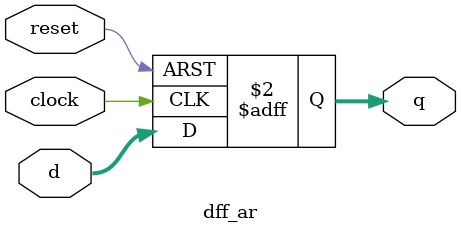
<source format=v>
module dff_ar
#(
	parameter DATA_WIDTH = 32, 
	parameter RESET_VALUE = 'b0
)
(
    input   						clock,
    input   						reset,
	input   	[DATA_WIDTH - 1:0] 	d	 ,
	output reg 	[DATA_WIDTH - 1:0] 	q
);

always@(posedge clock or posedge reset) begin
	if(reset) begin
		q <= RESET_VALUE;
	end
	else begin                                   
		q <= d;
	end
end
 
endmodule

</source>
